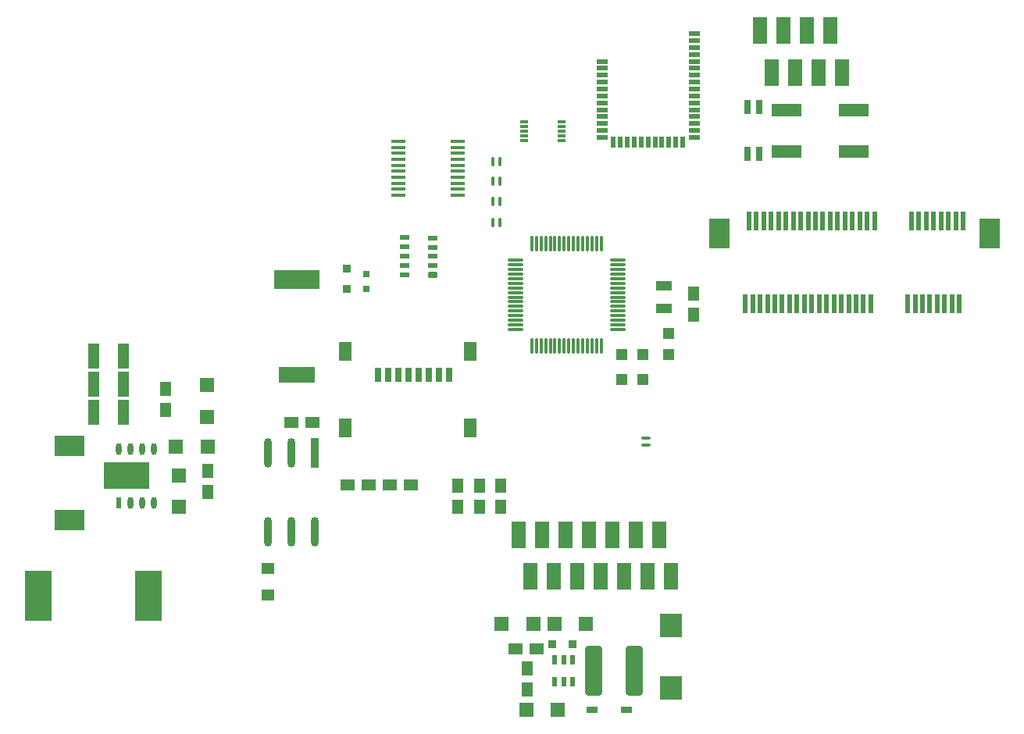
<source format=gtp>
G04 Layer_Color=8421504*
%FSLAX44Y44*%
%MOMM*%
G71*
G01*
G75*
%ADD10R,1.4500X2.0000*%
%ADD11R,0.8000X1.5000*%
%ADD12R,1.5000X3.0000*%
%ADD13R,0.8000X1.6000*%
%ADD14R,3.2000X1.4000*%
G04:AMPARAMS|DCode=15|XSize=0.305mm|YSize=0.889mm|CornerRadius=0.0763mm|HoleSize=0mm|Usage=FLASHONLY|Rotation=90.000|XOffset=0mm|YOffset=0mm|HoleType=Round|Shape=RoundedRectangle|*
%AMROUNDEDRECTD15*
21,1,0.3050,0.7365,0,0,90.0*
21,1,0.1525,0.8890,0,0,90.0*
1,1,0.1525,0.3683,0.0763*
1,1,0.1525,0.3683,-0.0763*
1,1,0.1525,-0.3683,-0.0763*
1,1,0.1525,-0.3683,0.0763*
%
%ADD15ROUNDEDRECTD15*%
%ADD16R,1.8000X1.0000*%
%ADD17R,5.0000X2.0000*%
%ADD18R,4.0000X1.7000*%
%ADD19R,0.7620X0.7620*%
G04:AMPARAMS|DCode=20|XSize=1.1mm|YSize=0.6mm|CornerRadius=0mm|HoleSize=0mm|Usage=FLASHONLY|Rotation=180.000|XOffset=0mm|YOffset=0mm|HoleType=Round|Shape=Octagon|*
%AMOCTAGOND20*
4,1,8,-0.5500,0.1500,-0.5500,-0.1500,-0.4000,-0.3000,0.4000,-0.3000,0.5500,-0.1500,0.5500,0.1500,0.4000,0.3000,-0.4000,0.3000,-0.5500,0.1500,0.0*
%
%ADD20OCTAGOND20*%

%ADD21R,1.1000X0.6000*%
%ADD22R,0.8500X3.2000*%
%ADD23O,0.8500X3.2000*%
%ADD24O,1.8000X0.2700*%
%ADD25O,0.2700X1.8000*%
%ADD26R,1.2000X1.2700*%
%ADD27R,1.4000X1.3000*%
G04:AMPARAMS|DCode=28|XSize=1.925mm|YSize=5.5mm|CornerRadius=0.4813mm|HoleSize=0mm|Usage=FLASHONLY|Rotation=0.000|XOffset=0mm|YOffset=0mm|HoleType=Round|Shape=RoundedRectangle|*
%AMROUNDEDRECTD28*
21,1,1.9250,4.5375,0,0,0.0*
21,1,0.9625,5.5000,0,0,0.0*
1,1,0.9625,0.4813,-2.2687*
1,1,0.9625,-0.4813,-2.2687*
1,1,0.9625,-0.4813,2.2687*
1,1,0.9625,0.4813,2.2687*
%
%ADD28ROUNDEDRECTD28*%
%ADD29R,0.8300X0.8300*%
%ADD30R,1.2500X0.8000*%
%ADD31R,1.5240X1.5240*%
%ADD32R,2.3900X2.6000*%
%ADD33R,0.6000X1.3000*%
%ADD34O,0.6000X1.3000*%
%ADD35R,5.0000X2.9000*%
%ADD36R,3.0000X5.4000*%
%ADD37R,3.2000X2.2000*%
%ADD38R,1.5240X1.5240*%
%ADD39R,1.2000X2.8000*%
%ADD40R,0.5000X1.1000*%
%ADD41R,2.3000X3.2000*%
%ADD42R,0.5500X2.1000*%
G04:AMPARAMS|DCode=43|XSize=0.55mm|YSize=2.1mm|CornerRadius=0mm|HoleSize=0mm|Usage=FLASHONLY|Rotation=0.000|XOffset=0mm|YOffset=0mm|HoleType=Round|Shape=Octagon|*
%AMOCTAGOND43*
4,1,8,-0.1375,1.0500,0.1375,1.0500,0.2750,0.9125,0.2750,-0.9125,0.1375,-1.0500,-0.1375,-1.0500,-0.2750,-0.9125,-0.2750,0.9125,-0.1375,1.0500,0.0*
%
%ADD43OCTAGOND43*%

%ADD44R,1.2700X1.5240*%
%ADD45R,1.5240X1.2700*%
%ADD46R,1.2700X1.2000*%
%ADD47R,0.8300X0.8300*%
%ADD48O,1.0000X0.4000*%
%ADD49O,0.4000X1.0000*%
%ADD50O,1.6000X0.3800*%
%ADD51R,1.6000X0.3800*%
%ADD52R,0.5000X1.2000*%
%ADD53R,1.2000X0.5000*%
D10*
X375930Y422760D02*
D03*
X511930D02*
D03*
X375930Y339260D02*
D03*
X511930D02*
D03*
D11*
X488930Y396760D02*
D03*
X477932D02*
D03*
X466931D02*
D03*
X455930D02*
D03*
X444930D02*
D03*
X433931D02*
D03*
X422930D02*
D03*
X411930D02*
D03*
D12*
X914400Y725170D02*
D03*
X889000D02*
D03*
X863600D02*
D03*
X901700Y770170D02*
D03*
X876300D02*
D03*
X850900D02*
D03*
X838200Y725170D02*
D03*
X825500Y770170D02*
D03*
X563880Y223520D02*
D03*
X576580Y178520D02*
D03*
X589280Y223520D02*
D03*
X614680D02*
D03*
X640080D02*
D03*
X601980Y178520D02*
D03*
X627380D02*
D03*
X652780D02*
D03*
X665480Y223520D02*
D03*
X690880D02*
D03*
X716280D02*
D03*
X678180Y178520D02*
D03*
X703580D02*
D03*
X728980D02*
D03*
D13*
X824865Y687705D02*
D03*
X812165D02*
D03*
Y636905D02*
D03*
X824865D02*
D03*
D14*
X854905Y684170D02*
D03*
X926905D02*
D03*
Y639170D02*
D03*
X854905D02*
D03*
D15*
X610870Y651510D02*
D03*
Y656510D02*
D03*
Y661510D02*
D03*
Y666510D02*
D03*
Y671510D02*
D03*
X569980D02*
D03*
Y666510D02*
D03*
Y661510D02*
D03*
Y656510D02*
D03*
Y651510D02*
D03*
D16*
X721360Y469030D02*
D03*
Y494030D02*
D03*
D17*
X323850Y500455D02*
D03*
D18*
Y397435D02*
D03*
D19*
X398780Y490475D02*
D03*
Y506475D02*
D03*
D20*
X471170Y505460D02*
D03*
D21*
Y515460D02*
D03*
Y525460D02*
D03*
Y535460D02*
D03*
Y545460D02*
D03*
X440170Y505460D02*
D03*
Y515460D02*
D03*
Y525460D02*
D03*
X440690Y535940D02*
D03*
Y546100D02*
D03*
D22*
X342900Y312375D02*
D03*
D23*
X317500D02*
D03*
X292100D02*
D03*
X342900Y227375D02*
D03*
X317500D02*
D03*
X292100D02*
D03*
D24*
X671450Y446370D02*
D03*
Y451370D02*
D03*
Y456370D02*
D03*
Y461370D02*
D03*
Y466370D02*
D03*
Y471370D02*
D03*
Y476370D02*
D03*
Y481370D02*
D03*
Y486370D02*
D03*
Y491370D02*
D03*
Y496370D02*
D03*
Y501370D02*
D03*
Y506370D02*
D03*
Y511370D02*
D03*
Y516370D02*
D03*
Y521370D02*
D03*
X560450D02*
D03*
Y516370D02*
D03*
Y511370D02*
D03*
Y506370D02*
D03*
Y501370D02*
D03*
Y496370D02*
D03*
Y491370D02*
D03*
Y486370D02*
D03*
Y481370D02*
D03*
Y476370D02*
D03*
Y471370D02*
D03*
Y466370D02*
D03*
Y461370D02*
D03*
Y456370D02*
D03*
Y451370D02*
D03*
Y446370D02*
D03*
D25*
X653450Y539370D02*
D03*
X648450D02*
D03*
X643450D02*
D03*
X638450D02*
D03*
X633450D02*
D03*
X628450D02*
D03*
X623450D02*
D03*
X618450D02*
D03*
X613450D02*
D03*
X608450D02*
D03*
X603450D02*
D03*
X598450D02*
D03*
X593450D02*
D03*
X588450D02*
D03*
X583450D02*
D03*
X578450D02*
D03*
Y428370D02*
D03*
X583450D02*
D03*
X588450D02*
D03*
X593450D02*
D03*
X598450D02*
D03*
X603450D02*
D03*
X608450D02*
D03*
X613450D02*
D03*
X618450D02*
D03*
X623450D02*
D03*
X628450D02*
D03*
X633450D02*
D03*
X638450D02*
D03*
X643450D02*
D03*
X648450D02*
D03*
X653450D02*
D03*
D26*
X698500Y392370D02*
D03*
X675640D02*
D03*
X698500Y419100D02*
D03*
X675640D02*
D03*
D27*
X292100Y158220D02*
D03*
Y187220D02*
D03*
D28*
X645385Y76200D02*
D03*
X689385D02*
D03*
D29*
X600380Y105410D02*
D03*
X622630D02*
D03*
D30*
X644055Y34290D02*
D03*
X680555D02*
D03*
D31*
X572135D02*
D03*
X606425D02*
D03*
X226695Y319405D02*
D03*
X192405D02*
D03*
X545465Y127000D02*
D03*
X579755D02*
D03*
X636905D02*
D03*
X602615D02*
D03*
D32*
X728980Y125440D02*
D03*
Y57440D02*
D03*
D33*
X130175Y258655D02*
D03*
D34*
X142875D02*
D03*
X155575D02*
D03*
X168275D02*
D03*
X130175Y316655D02*
D03*
X142875D02*
D03*
X155575D02*
D03*
X168275D02*
D03*
D35*
X139175Y287655D02*
D03*
D36*
X162340Y157390D02*
D03*
X43340Y157480D02*
D03*
D37*
X76835Y240035D02*
D03*
Y320035D02*
D03*
D38*
X195580Y254000D02*
D03*
Y288290D02*
D03*
X226060Y351790D02*
D03*
Y386080D02*
D03*
D39*
X103380Y417195D02*
D03*
X135380D02*
D03*
X103380Y386715D02*
D03*
X135380D02*
D03*
X103380Y356235D02*
D03*
X135380D02*
D03*
D40*
X612775Y64200D02*
D03*
X622275Y88200D02*
D03*
X612775D02*
D03*
X603275D02*
D03*
Y64200D02*
D03*
X622275D02*
D03*
D41*
X781330Y550620D02*
D03*
X1074330D02*
D03*
D42*
X809830Y474620D02*
D03*
X813830Y563620D02*
D03*
X817830Y474620D02*
D03*
X821830Y563620D02*
D03*
X825830Y474620D02*
D03*
X829830Y563620D02*
D03*
X833830Y474620D02*
D03*
X837830Y563620D02*
D03*
X841830Y474620D02*
D03*
X845830Y563620D02*
D03*
X849830Y474620D02*
D03*
X853830Y563620D02*
D03*
X857830Y474620D02*
D03*
X861830Y563620D02*
D03*
X865830Y474620D02*
D03*
X869830Y563620D02*
D03*
X873830Y474620D02*
D03*
X877830Y563620D02*
D03*
X881830Y474620D02*
D03*
X885830Y563620D02*
D03*
X889830Y474620D02*
D03*
X893830Y563620D02*
D03*
X897830Y474620D02*
D03*
X901830Y563620D02*
D03*
X905830Y474620D02*
D03*
X909830Y563620D02*
D03*
X913830Y474620D02*
D03*
X917830Y563620D02*
D03*
X921830Y474620D02*
D03*
X925830Y563620D02*
D03*
X929830Y474620D02*
D03*
X933830Y563620D02*
D03*
X937830Y474620D02*
D03*
X941830Y563620D02*
D03*
X945830Y474620D02*
D03*
X949830Y563620D02*
D03*
X985830Y474620D02*
D03*
X989830Y563620D02*
D03*
X993830Y474620D02*
D03*
X997830Y563620D02*
D03*
X1001830Y474620D02*
D03*
X1005830Y563620D02*
D03*
X1009830Y474620D02*
D03*
X1013830Y563620D02*
D03*
X1017830Y474620D02*
D03*
X1021830Y563620D02*
D03*
X1025830Y474620D02*
D03*
X1029830Y563620D02*
D03*
X1033830Y474620D02*
D03*
X1037830Y563620D02*
D03*
X1041830Y474620D02*
D03*
D43*
X1045830Y563620D02*
D03*
D44*
X181610Y381635D02*
D03*
Y358775D02*
D03*
X226695Y292735D02*
D03*
Y269875D02*
D03*
X573405Y78740D02*
D03*
Y55880D02*
D03*
X544830Y276860D02*
D03*
Y254000D02*
D03*
X521970Y276860D02*
D03*
Y254000D02*
D03*
X497840Y276860D02*
D03*
Y254000D02*
D03*
X753745Y462280D02*
D03*
Y485140D02*
D03*
D45*
X317500Y345440D02*
D03*
X340360D02*
D03*
X583565Y100330D02*
D03*
X560705D02*
D03*
X401320Y278130D02*
D03*
X378460D02*
D03*
X447040D02*
D03*
X424180D02*
D03*
D46*
X726440Y419100D02*
D03*
Y441960D02*
D03*
D47*
X377825Y489890D02*
D03*
Y512140D02*
D03*
D48*
X701675Y320675D02*
D03*
Y328295D02*
D03*
D49*
X535940Y562610D02*
D03*
X543560D02*
D03*
Y585470D02*
D03*
X535940D02*
D03*
X543560Y607060D02*
D03*
X535940D02*
D03*
Y628650D02*
D03*
X543560D02*
D03*
D50*
X498090Y604780D02*
D03*
Y611280D02*
D03*
Y617780D02*
D03*
Y624280D02*
D03*
Y630780D02*
D03*
Y637280D02*
D03*
Y643780D02*
D03*
Y650280D02*
D03*
Y598280D02*
D03*
Y591780D02*
D03*
X434090Y604780D02*
D03*
Y611280D02*
D03*
Y617780D02*
D03*
Y624280D02*
D03*
Y630780D02*
D03*
Y637280D02*
D03*
Y643780D02*
D03*
Y598280D02*
D03*
Y591780D02*
D03*
D51*
Y650280D02*
D03*
D52*
X666880Y649080D02*
D03*
X674380D02*
D03*
X681880D02*
D03*
X689380D02*
D03*
X696880D02*
D03*
X704380D02*
D03*
X711880D02*
D03*
X719380D02*
D03*
X726880D02*
D03*
X734380D02*
D03*
X741880D02*
D03*
D53*
X754380Y767080D02*
D03*
Y759580D02*
D03*
Y752080D02*
D03*
Y744580D02*
D03*
Y737080D02*
D03*
Y729580D02*
D03*
Y722080D02*
D03*
Y714580D02*
D03*
Y707080D02*
D03*
Y699580D02*
D03*
Y692080D02*
D03*
Y684580D02*
D03*
Y677080D02*
D03*
Y669580D02*
D03*
Y662080D02*
D03*
Y654580D02*
D03*
X654380D02*
D03*
Y662080D02*
D03*
Y669580D02*
D03*
Y677080D02*
D03*
Y684580D02*
D03*
Y692080D02*
D03*
Y699580D02*
D03*
Y707080D02*
D03*
Y714580D02*
D03*
Y722080D02*
D03*
Y729580D02*
D03*
Y737080D02*
D03*
M02*

</source>
